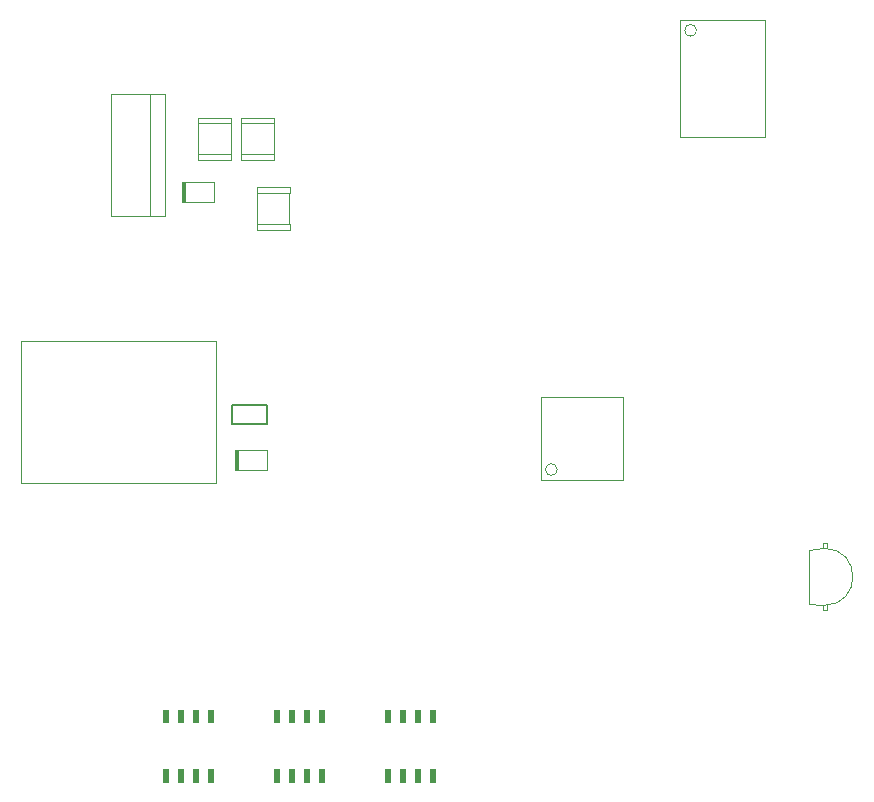
<source format=gbr>
%TF.GenerationSoftware,Altium Limited,Altium Designer,20.2.4 (192)*%
G04 Layer_Color=16711935*
%FSLAX26Y26*%
%MOIN*%
%TF.SameCoordinates,E583F5DD-14CA-44D8-B3B7-8EACC7EC20E5*%
%TF.FilePolarity,Positive*%
%TF.FileFunction,Other,Mechanical_13*%
%TF.Part,Single*%
G01*
G75*
%TA.AperFunction,NonConductor*%
%ADD74C,0.007874*%
%ADD76C,0.003937*%
%ADD103C,0.001968*%
%ADD104R,0.014297X0.066929*%
G36*
X269000Y580000D02*
X249000D01*
Y625000D01*
X269000D01*
Y580000D01*
D02*
G37*
G36*
X319000D02*
X299000D01*
Y625000D01*
X319000D01*
Y580000D01*
D02*
G37*
G36*
X369000Y581000D02*
X349000D01*
Y626000D01*
X369000D01*
Y581000D01*
D02*
G37*
G36*
X269000Y779000D02*
X249000D01*
Y824000D01*
X269000D01*
Y779000D01*
D02*
G37*
G36*
X319000D02*
X299000D01*
Y824000D01*
X319000D01*
Y779000D01*
D02*
G37*
G36*
X369000D02*
X349000D01*
Y824000D01*
X369000D01*
Y779000D01*
D02*
G37*
G36*
X689000D02*
X669000D01*
Y824000D01*
X689000D01*
Y779000D01*
D02*
G37*
G36*
X639000D02*
X619000D01*
Y824000D01*
X639000D01*
Y779000D01*
D02*
G37*
G36*
X419000D02*
X399000D01*
Y824000D01*
X419000D01*
Y779000D01*
D02*
G37*
G36*
X689000Y580000D02*
X669000D01*
Y625000D01*
X689000D01*
Y580000D01*
D02*
G37*
G36*
X639000D02*
X619000D01*
Y625000D01*
X639000D01*
Y580000D01*
D02*
G37*
G36*
X419000D02*
X399000D01*
Y625000D01*
X419000D01*
Y580000D01*
D02*
G37*
G36*
X1009000Y779000D02*
X989000D01*
Y824000D01*
X1009000D01*
Y779000D01*
D02*
G37*
G36*
X789000D02*
X769000D01*
Y824000D01*
X789000D01*
Y779000D01*
D02*
G37*
G36*
X739000D02*
X719000D01*
Y824000D01*
X739000D01*
Y779000D01*
D02*
G37*
G36*
Y581000D02*
X719000D01*
Y626000D01*
X739000D01*
Y581000D01*
D02*
G37*
G36*
X1009000Y580000D02*
X989000D01*
Y625000D01*
X1009000D01*
Y580000D01*
D02*
G37*
G36*
X789000D02*
X769000D01*
Y625000D01*
X789000D01*
Y580000D01*
D02*
G37*
G36*
X1059000D02*
X1039000D01*
Y625000D01*
X1059000D01*
Y580000D01*
D02*
G37*
G36*
X1109000Y581000D02*
X1089000D01*
Y626000D01*
X1109000D01*
Y581000D01*
D02*
G37*
G36*
X1159000Y580000D02*
X1139000D01*
Y625000D01*
X1159000D01*
Y580000D01*
D02*
G37*
G36*
X1059000Y779000D02*
X1039000D01*
Y824000D01*
X1059000D01*
Y779000D01*
D02*
G37*
G36*
X1109000D02*
X1089000D01*
Y824000D01*
X1109000D01*
Y779000D01*
D02*
G37*
G36*
X1159000D02*
X1139000D01*
Y824000D01*
X1159000D01*
Y779000D01*
D02*
G37*
D74*
X480421Y1775012D02*
Y1838988D01*
X595579D01*
Y1775012D02*
Y1838988D01*
X480421Y1775012D02*
X595579D01*
D76*
X2454835Y1172020D02*
G03*
X2454835Y1361980I0J94980D01*
G01*
X2028386Y3088449D02*
G03*
X2028386Y3088449I-19685J0D01*
G01*
X1564323Y1624638D02*
G03*
X1564323Y1624638I-19685J0D01*
G01*
X-221803Y1578992D02*
X427803D01*
X-221803Y2053008D02*
X427803D01*
X-221803Y1578992D02*
Y2053008D01*
X427803Y1578992D02*
Y2053008D01*
X597150Y1623535D02*
Y1690465D01*
X490850Y1623535D02*
Y1690465D01*
Y1623535D02*
X597150D01*
X490850Y1690465D02*
X597150D01*
X312850Y2583465D02*
X419150D01*
X312850Y2516535D02*
X419150D01*
X312850D02*
Y2583465D01*
X419150Y2516535D02*
Y2583465D01*
X76102Y2468276D02*
Y2877724D01*
Y2877724D02*
X257205D01*
Y2468276D02*
Y2877724D01*
X76102Y2468276D02*
X257205D01*
X206024D02*
Y2877724D01*
X2404835Y1356469D02*
X2449716Y1361980D01*
X2404835Y1177531D02*
Y1356469D01*
X2449716Y1361980D02*
X2454835D01*
X2449716Y1172020D02*
X2454835D01*
X2404835Y1177531D02*
X2449716Y1172020D01*
Y1155583D02*
X2464677D01*
X2449716D02*
Y1159847D01*
X2464677D02*
Y1172531D01*
X2449716Y1159847D02*
Y1172020D01*
X2464677Y1155583D02*
Y1159847D01*
X2449716Y1378417D02*
X2464677D01*
Y1374153D02*
Y1378417D01*
X2449716Y1361980D02*
Y1374153D01*
X2464677Y1361469D02*
Y1374153D01*
X2449716D02*
Y1378417D01*
X1973268Y2734118D02*
X2256732D01*
X1973268Y3123882D02*
X2256732D01*
Y2734118D02*
Y3123882D01*
X1973268Y2734118D02*
Y3123882D01*
X1509205Y1589205D02*
X1784795D01*
X1509205Y1864795D02*
X1784795D01*
X1509205Y1589205D02*
Y1864795D01*
X1784795Y1589205D02*
Y1864795D01*
D103*
X561882Y2564866D02*
X672118D01*
X561882Y2545181D02*
X672118D01*
Y2564866D01*
X561882Y2545181D02*
Y2564866D01*
X672118Y2423134D02*
Y2442819D01*
X561882Y2423134D02*
Y2442819D01*
Y2423134D02*
X672118D01*
X561882Y2442819D02*
X672118D01*
X671331D02*
Y2545181D01*
X562669Y2442819D02*
Y2545181D01*
X365882Y2797866D02*
X476118D01*
X365882Y2778181D02*
X476118D01*
Y2797866D01*
X365882Y2778181D02*
Y2797866D01*
X476118Y2656134D02*
Y2675819D01*
X365882Y2656134D02*
Y2675819D01*
Y2656134D02*
X476118D01*
X365882Y2675819D02*
X476118D01*
X475331D02*
Y2778181D01*
X366669Y2675819D02*
Y2778181D01*
X509882Y2656134D02*
X620118D01*
X509882Y2675819D02*
X620118D01*
X509882Y2656134D02*
Y2675819D01*
X620118Y2656134D02*
Y2675819D01*
X509882Y2778181D02*
Y2797866D01*
X620118Y2778181D02*
Y2797866D01*
X509882D02*
X620118D01*
X509882Y2778181D02*
X620118D01*
X510669Y2675819D02*
Y2778181D01*
X619331Y2675819D02*
Y2778181D01*
D104*
X498000Y1657001D02*
D03*
X320000Y2550001D02*
D03*
%TF.MD5,0e24480268f173e854291a31964f2fef*%
M02*

</source>
